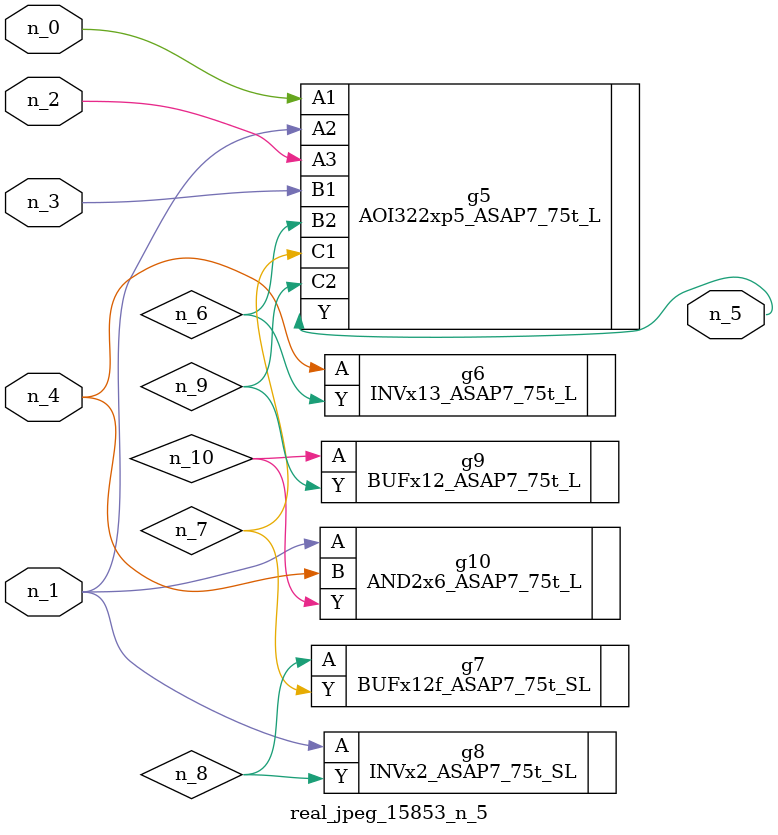
<source format=v>
module real_jpeg_15853_n_5 (n_4, n_0, n_1, n_2, n_3, n_5);

input n_4;
input n_0;
input n_1;
input n_2;
input n_3;

output n_5;

wire n_8;
wire n_6;
wire n_7;
wire n_10;
wire n_9;

AOI322xp5_ASAP7_75t_L g5 ( 
.A1(n_0),
.A2(n_1),
.A3(n_2),
.B1(n_3),
.B2(n_6),
.C1(n_7),
.C2(n_9),
.Y(n_5)
);

INVx2_ASAP7_75t_SL g8 ( 
.A(n_1),
.Y(n_8)
);

AND2x6_ASAP7_75t_L g10 ( 
.A(n_1),
.B(n_4),
.Y(n_10)
);

INVx13_ASAP7_75t_L g6 ( 
.A(n_4),
.Y(n_6)
);

BUFx12f_ASAP7_75t_SL g7 ( 
.A(n_8),
.Y(n_7)
);

BUFx12_ASAP7_75t_L g9 ( 
.A(n_10),
.Y(n_9)
);


endmodule
</source>
